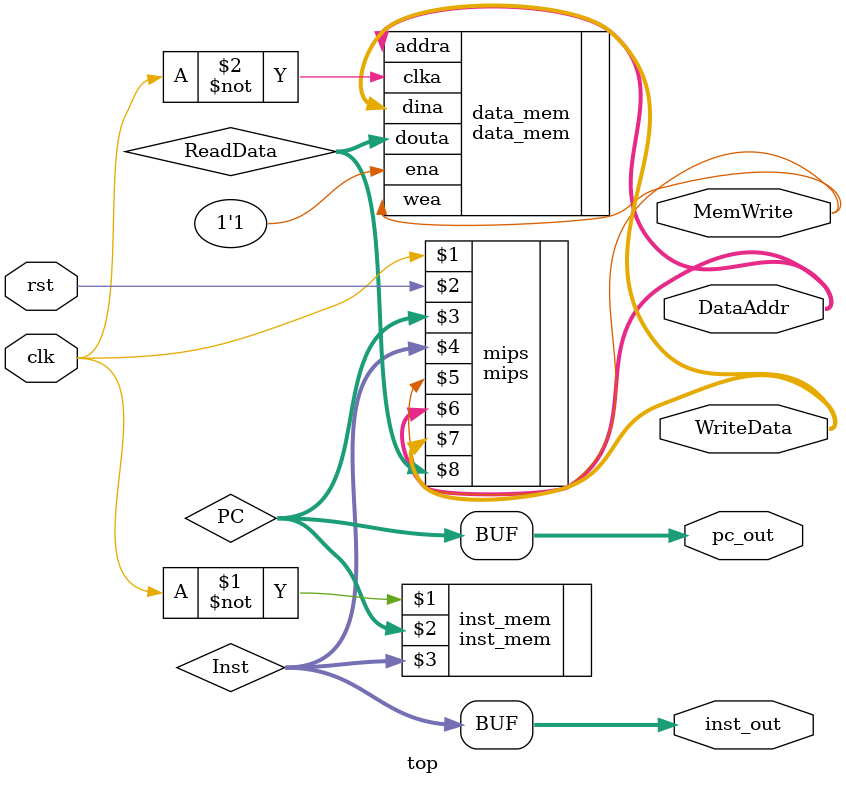
<source format=v>
`timescale 1ns / 1ps
module top(
    input wire clk,rst,
	output wire[31:0] WriteData, DataAddr,
	output wire MemWrite,
	output wire [31:0] pc_out,
	output wire [31:0] inst_out
    );
    
wire[31:0] PC, Inst, ReadData;

mips mips(clk, rst, 
    PC, Inst,
    MemWrite,
    DataAddr,
    WriteData,
    ReadData);

inst_mem inst_mem(~clk, PC, Inst);
data_mem data_mem(
    .clka(~clk),
    .ena(1'b1),
    .wea(MemWrite),
    .addra(DataAddr),
    .dina(WriteData),
    .douta(ReadData));

assign pc_out = PC;
assign inst_out = Inst;

endmodule

</source>
